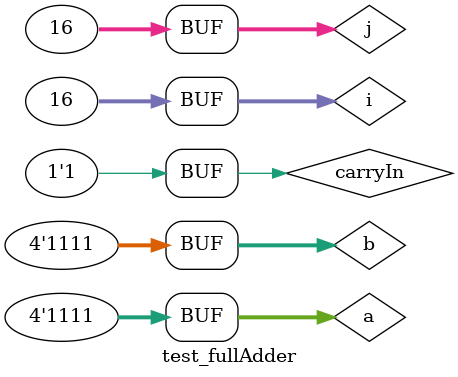
<source format=v>

module halfAdder (output s1, s0, input a, b); 
 
    // descrever por portas 
    xor  XOR1 ( s0, a, b ); 
    and AND1  ( s1, a, b ); 
 
endmodule // halfAdder

// ------------------------- 
//  full adder 
// ------------------------- 
module fullAdder ( output s1, s0, input a, b, carryIn ); 
    
    wire s, c0, c1;
    
    halfAdder HA1(c0, s, a, b);
    halfAdder HA2(c1, s0, s, carryIn);
    or OR1 (s1, c0, c1);
 
endmodule // fullAdder 

module Adder (output s0, s1, s2, s3, s4, input a0, a1, a2, a3, b0, b1, b2, b3, carryIn);
    
    wire c0, c1, c2, cb0, cb1, cb2, cb3;
    
    xor XOR0(cb0, carryIn, b0);
    xor XOR1(cb1, carryIn, b1);
    xor XOR2(cb2, carryIn, b2);
    xor XOR3(cb3, carryIn, b3);
    
    fullAdder FA0(c0, s0, a0, cb0, carryIn); 
    fullAdder FA1(c1, s1, a1, cb1, c0 ); 
    fullAdder FA2(c2, s2, a2, cb2, c1 ); 
    fullAdder FA3(s4, s3, a3, cb3, c2 ); 
 
endmodule


module MUX(output s0, input x,y, seletor);
    wire  notseletor, sa1, sa2;
    
    
    not NOT1 (notseletor, seletor);
    and AND1(sa1, x, seletor);
    and AND2(sa2, y, notseletor);
    or OR1  (s0, sa1, sa2);
    
endmodule    


module comparador(output s0, s1, s2, s3, input a0, a1, a2, a3, b0, b1, b2, b3, seletor);
    
    wire i0, d0, i1, d1, i2, d2, i3, d3;
    
    xnor XNOR0(i0, a0, b0);
    xnor XNOR1(i1, a1, b1);
    xnor XNOR2(i2, a2, b2);
    xnor XNOR3(i3, a3, b3);
    
    xor XOR0(d0, a0, b0);
    xor XOR1(d1, a1, b1);
    xor XOR2(d2, a2, b2);
    xor XOR3(d3, a3, b3);
    
    MUX MUX0(s0, i0, d0, seletor);
    MUX MUX1(s1, i1, d1, seletor);
    MUX MUX2(s2, i2, d2, seletor);
    MUX MUX3(s3, i3, d3, seletor);
endmodule



module test_fullAdder; 
// ------------------------- definir dados   
    reg carryIn;//Carry In tambem sera o valor da chave 2
    reg  [3:0] a;       
    reg  [3:0] b;              
    wire [4:0] s; 
    wire [3:0] di; 
    integer i, j;
 
   Adder A1(s[0], s[1], s[2], s[3], s[4], a[0], a[1], a[2], a[3], b[0], b[1], b[2], b[3], carryIn); 
   comparador COMP1(di[0], di[1], di[2], di[3], a[0], a[1], a[2], a[3], b[0], b[1], b[2], b[3], carryIn);
// ------------------------- parte principal  
    initial begin        
        
      
      $display("Exemplo0806 - Larissa Domingues Gomes - 650525");     
      $display("Test ALUs full adder"); 
      
      $display("CI  a    + b    = s5   soma  (Des)igualdade");
      
      $monitor("%b   %b + %b = %b    %b%b%b%b   %b",carryIn, a, b, s[4], s[3], s[2], s[1], s[0], di);
      
    
    
    for ( i = 0; i < 16; i = i + 1) begin
    for ( j = 0; j < 16; j = j + 1) begin
        #1 a=i; b=j; carryIn = 1'b0;
    end
    end
    
    for ( i = 0; i < 16; i = i + 1) begin
    for ( j = 0; j < 16; j = j + 1) begin
        #1 a=i; b=j; carryIn = 1'b1;
    end
    end
   
   
 // projetar testes do somador completo 
    end 
 
endmodule // test_fullAdder 
</source>
